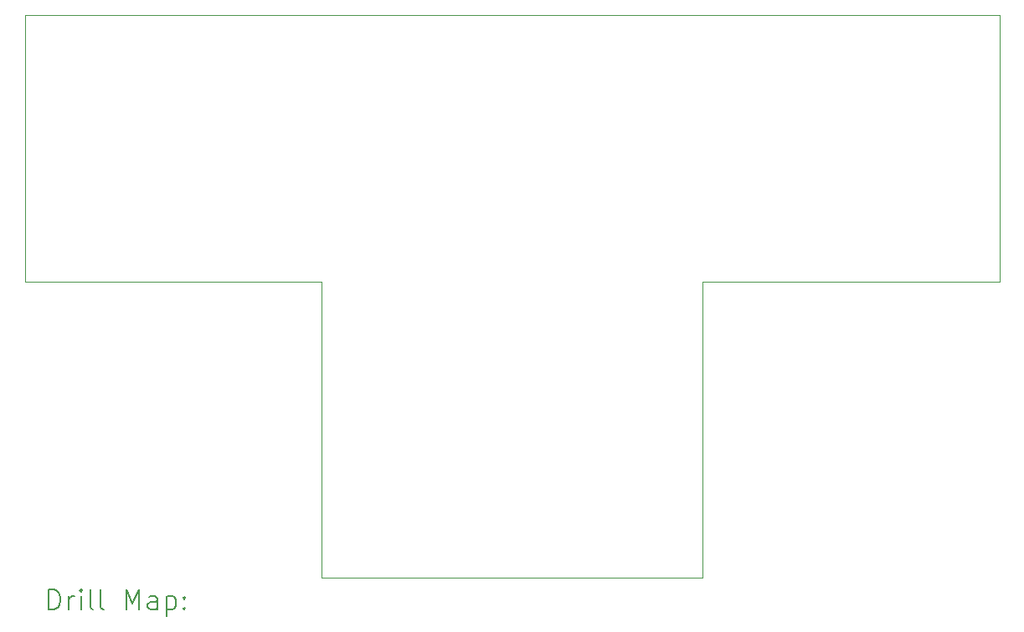
<source format=gbr>
%TF.GenerationSoftware,KiCad,Pcbnew,7.0.2*%
%TF.CreationDate,2023-07-16T22:25:04-04:00*%
%TF.ProjectId,hellerune,68656c6c-6572-4756-9e65-2e6b69636164,rev?*%
%TF.SameCoordinates,Original*%
%TF.FileFunction,Drillmap*%
%TF.FilePolarity,Positive*%
%FSLAX45Y45*%
G04 Gerber Fmt 4.5, Leading zero omitted, Abs format (unit mm)*
G04 Created by KiCad (PCBNEW 7.0.2) date 2023-07-16 22:25:04*
%MOMM*%
%LPD*%
G01*
G04 APERTURE LIST*
%ADD10C,0.100000*%
%ADD11C,0.200000*%
G04 APERTURE END LIST*
D10*
X18853680Y-5350000D02*
X18853680Y-8050000D01*
X12000000Y-8050000D02*
X12000000Y-11050000D01*
X9000000Y-5350000D02*
X9000000Y-8050000D01*
X9000000Y-8050000D02*
X12000000Y-8050000D01*
X15853680Y-8050000D02*
X15853680Y-11050000D01*
X12000000Y-11050000D02*
X15853680Y-11050000D01*
X9000000Y-5350000D02*
X18853680Y-5350000D01*
X15853680Y-8050000D02*
X18853680Y-8050000D01*
D11*
X9242619Y-11367524D02*
X9242619Y-11167524D01*
X9242619Y-11167524D02*
X9290238Y-11167524D01*
X9290238Y-11167524D02*
X9318810Y-11177048D01*
X9318810Y-11177048D02*
X9337857Y-11196095D01*
X9337857Y-11196095D02*
X9347381Y-11215143D01*
X9347381Y-11215143D02*
X9356905Y-11253238D01*
X9356905Y-11253238D02*
X9356905Y-11281809D01*
X9356905Y-11281809D02*
X9347381Y-11319905D01*
X9347381Y-11319905D02*
X9337857Y-11338952D01*
X9337857Y-11338952D02*
X9318810Y-11358000D01*
X9318810Y-11358000D02*
X9290238Y-11367524D01*
X9290238Y-11367524D02*
X9242619Y-11367524D01*
X9442619Y-11367524D02*
X9442619Y-11234190D01*
X9442619Y-11272286D02*
X9452143Y-11253238D01*
X9452143Y-11253238D02*
X9461667Y-11243714D01*
X9461667Y-11243714D02*
X9480714Y-11234190D01*
X9480714Y-11234190D02*
X9499762Y-11234190D01*
X9566429Y-11367524D02*
X9566429Y-11234190D01*
X9566429Y-11167524D02*
X9556905Y-11177048D01*
X9556905Y-11177048D02*
X9566429Y-11186571D01*
X9566429Y-11186571D02*
X9575952Y-11177048D01*
X9575952Y-11177048D02*
X9566429Y-11167524D01*
X9566429Y-11167524D02*
X9566429Y-11186571D01*
X9690238Y-11367524D02*
X9671190Y-11358000D01*
X9671190Y-11358000D02*
X9661667Y-11338952D01*
X9661667Y-11338952D02*
X9661667Y-11167524D01*
X9795000Y-11367524D02*
X9775952Y-11358000D01*
X9775952Y-11358000D02*
X9766429Y-11338952D01*
X9766429Y-11338952D02*
X9766429Y-11167524D01*
X10023571Y-11367524D02*
X10023571Y-11167524D01*
X10023571Y-11167524D02*
X10090238Y-11310381D01*
X10090238Y-11310381D02*
X10156905Y-11167524D01*
X10156905Y-11167524D02*
X10156905Y-11367524D01*
X10337857Y-11367524D02*
X10337857Y-11262762D01*
X10337857Y-11262762D02*
X10328333Y-11243714D01*
X10328333Y-11243714D02*
X10309286Y-11234190D01*
X10309286Y-11234190D02*
X10271190Y-11234190D01*
X10271190Y-11234190D02*
X10252143Y-11243714D01*
X10337857Y-11358000D02*
X10318810Y-11367524D01*
X10318810Y-11367524D02*
X10271190Y-11367524D01*
X10271190Y-11367524D02*
X10252143Y-11358000D01*
X10252143Y-11358000D02*
X10242619Y-11338952D01*
X10242619Y-11338952D02*
X10242619Y-11319905D01*
X10242619Y-11319905D02*
X10252143Y-11300857D01*
X10252143Y-11300857D02*
X10271190Y-11291333D01*
X10271190Y-11291333D02*
X10318810Y-11291333D01*
X10318810Y-11291333D02*
X10337857Y-11281809D01*
X10433095Y-11234190D02*
X10433095Y-11434190D01*
X10433095Y-11243714D02*
X10452143Y-11234190D01*
X10452143Y-11234190D02*
X10490238Y-11234190D01*
X10490238Y-11234190D02*
X10509286Y-11243714D01*
X10509286Y-11243714D02*
X10518810Y-11253238D01*
X10518810Y-11253238D02*
X10528333Y-11272286D01*
X10528333Y-11272286D02*
X10528333Y-11329428D01*
X10528333Y-11329428D02*
X10518810Y-11348476D01*
X10518810Y-11348476D02*
X10509286Y-11358000D01*
X10509286Y-11358000D02*
X10490238Y-11367524D01*
X10490238Y-11367524D02*
X10452143Y-11367524D01*
X10452143Y-11367524D02*
X10433095Y-11358000D01*
X10614048Y-11348476D02*
X10623571Y-11358000D01*
X10623571Y-11358000D02*
X10614048Y-11367524D01*
X10614048Y-11367524D02*
X10604524Y-11358000D01*
X10604524Y-11358000D02*
X10614048Y-11348476D01*
X10614048Y-11348476D02*
X10614048Y-11367524D01*
X10614048Y-11243714D02*
X10623571Y-11253238D01*
X10623571Y-11253238D02*
X10614048Y-11262762D01*
X10614048Y-11262762D02*
X10604524Y-11253238D01*
X10604524Y-11253238D02*
X10614048Y-11243714D01*
X10614048Y-11243714D02*
X10614048Y-11262762D01*
M02*

</source>
